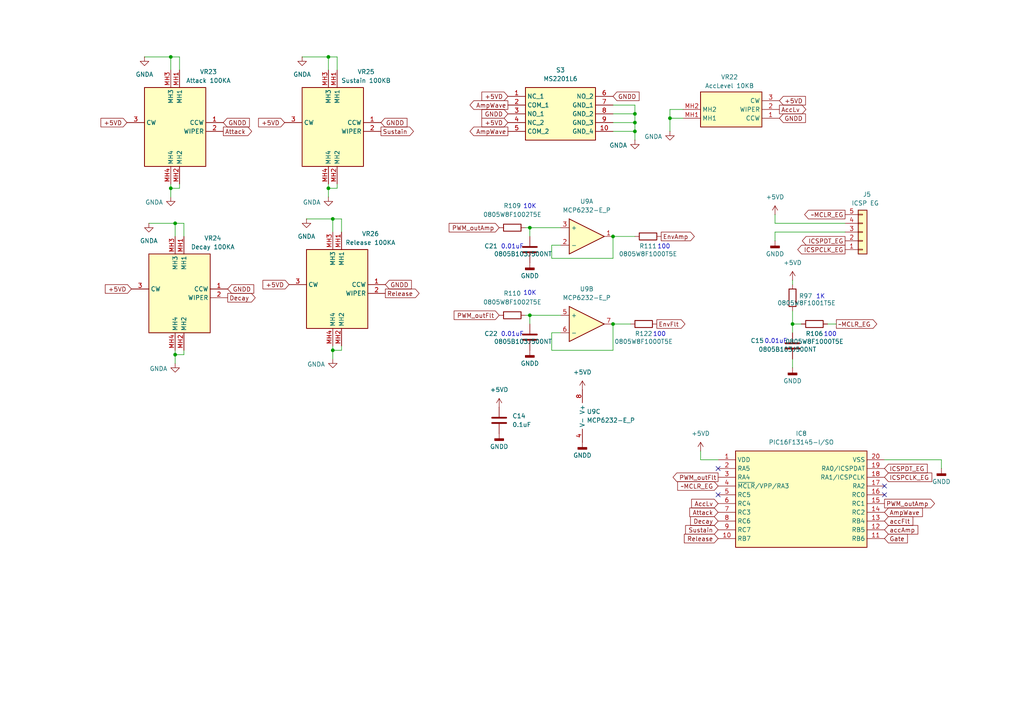
<source format=kicad_sch>
(kicad_sch (version 20250114) (generator "eeschema") (generator_version "9.0")
  (paper "A4")
  (lib_symbols
    (symbol "Connector_Generic:Conn_01x05" (pin_names (offset 1.016) (hide yes))
      (property "Reference" "J" (at 0 7.62 0))
      (property "Value" "Conn_01x05" (at 0 -7.62 0))
      (symbol "Conn_01x05_1_1"
        (rectangle (start -1.27 6.35) (end 1.27 -6.35) (stroke (width 0.254)) (fill (type background)))
        (rectangle (start -1.27 5.207) (end 0 4.953) (stroke (width 0.1524)))
        (rectangle (start -1.27 2.667) (end 0 2.413) (stroke (width 0.1524)))
        (rectangle (start -1.27 0.127) (end 0 -0.127) (stroke (width 0.1524)))
        (rectangle (start -1.27 -2.413) (end 0 -2.667) (stroke (width 0.1524)))
        (rectangle (start -1.27 -4.953) (end 0 -5.207) (stroke (width 0.1524)))
        (pin passive line (at -5.08 5.08 0) (length 3.81) (name "Pin_1") (number "1"))
        (pin passive line (at -5.08 2.54 0) (length 3.81) (name "Pin_2") (number "2"))
        (pin passive line (at -5.08 0 0) (length 3.81) (name "Pin_3") (number "3"))
        (pin passive line (at -5.08 -2.54 0) (length 3.81) (name "Pin_4") (number "4"))
        (pin passive line (at -5.08 -5.08 0) (length 3.81) (name "Pin_5") (number "5"))
      )
    )
    (symbol "Device:C" (pin_numbers (hide yes)) (pin_names (offset 0.254))
      (property "Reference" "C" (at 0.635 2.54 0))
      (property "Value" "C" (at 0.635 -2.54 0))
      (symbol "C_0_1"
        (polyline (pts (xy -2.032 0.762) (xy 2.032 0.762)) (stroke (width 0.508)))
        (polyline (pts (xy -2.032 -0.762) (xy 2.032 -0.762)) (stroke (width 0.508)))
      )
      (symbol "C_1_1"
        (pin passive line (at 0 3.81 270) (length 2.794) (name "~") (number "1"))
        (pin passive line (at 0 -3.81 90) (length 2.794) (name "~") (number "2"))
      )
    )
    (symbol "Device:Opamp_Dual"
      (property "Reference" "U" (at 0 5.08 0))
      (property "Value" "Opamp_Dual" (at 0 -5.08 0))
      (symbol "Opamp_Dual_1_1"
        (polyline (pts (xy -5.08 5.08) (xy 5.08 0) (xy -5.08 -5.08) (xy -5.08 5.08)) (stroke (width 0.254)) (fill (type background)))
        (pin input line (at -7.62 2.54 0) (length 2.54) (name "+") (number "3"))
        (pin input line (at -7.62 -2.54 0) (length 2.54) (name "-") (number "2"))
        (pin output line (at 7.62 0 180) (length 2.54) (name "~") (number "1"))
      )
      (symbol "Opamp_Dual_2_1"
        (polyline (pts (xy -5.08 5.08) (xy 5.08 0) (xy -5.08 -5.08) (xy -5.08 5.08)) (stroke (width 0.254)) (fill (type background)))
        (pin input line (at -7.62 2.54 0) (length 2.54) (name "+") (number "5"))
        (pin input line (at -7.62 -2.54 0) (length 2.54) (name "-") (number "6"))
        (pin output line (at 7.62 0 180) (length 2.54) (name "~") (number "7"))
      )
      (symbol "Opamp_Dual_3_1"
        (pin power_in line (at -2.54 7.62 270) (length 3.81) (name "V+") (number "8"))
        (pin power_in line (at -2.54 -7.62 90) (length 3.81) (name "V-") (number "4"))
      )
    )
    (symbol "Device:R" (pin_numbers (hide yes)) (pin_names (offset 0))
      (property "Reference" "R" (at 2.032 0 90))
      (property "Value" "R" (at 0 0 90))
      (symbol "R_0_1"
        (rectangle (start -1.016 -2.54) (end 1.016 2.54) (stroke (width 0.254)))
      )
      (symbol "R_1_1"
        (pin passive line (at 0 3.81 270) (length 1.27) (name "~") (number "1"))
        (pin passive line (at 0 -3.81 90) (length 1.27) (name "~") (number "2"))
      )
    )
    (symbol "SamacSys_Parts:MS2201L6"
      (property "Reference" "S" (at 26.67 7.62 0))
      (property "Value" "MS2201L6" (at 26.67 5.08 0))
      (symbol "MS2201L6_1_1"
        (rectangle (start 5.08 2.54) (end 25.4 -12.7) (stroke (width 0.254)) (fill (type background)))
        (pin passive line (at 0 0 0) (length 5.08) (name "NC_1") (number "1"))
        (pin passive line (at 0 -2.54 0) (length 5.08) (name "COM_1") (number "2"))
        (pin passive line (at 0 -5.08 0) (length 5.08) (name "NO_1") (number "3"))
        (pin passive line (at 0 -7.62 0) (length 5.08) (name "NC_2") (number "4"))
        (pin passive line (at 0 -10.16 0) (length 5.08) (name "COM_2") (number "5"))
        (pin passive line (at 30.48 0 180) (length 5.08) (name "NO_2") (number "6"))
        (pin passive line (at 30.48 -2.54 180) (length 5.08) (name "GND_1") (number "7"))
        (pin passive line (at 30.48 -5.08 180) (length 5.08) (name "GND_2") (number "8"))
        (pin passive line (at 30.48 -7.62 180) (length 5.08) (name "GND_3") (number "9"))
        (pin passive line (at 30.48 -10.16 180) (length 5.08) (name "GND_4") (number "10"))
      )
    )
    (symbol "SamacSys_Parts:PIC16F13145-I_P"
      (property "Reference" "IC" (at 44.45 7.62 0))
      (property "Value" "PIC16F13145-I_P" (at 44.45 5.08 0))
      (symbol "PIC16F13145-I_P_1_1"
        (rectangle (start 5.08 2.54) (end 43.18 -25.4) (stroke (width 0.254)) (fill (type background)))
        (pin passive line (at 0 0 0) (length 5.08) (name "VDD") (number "1"))
        (pin passive line (at 0 -2.54 0) (length 5.08) (name "RA5") (number "2"))
        (pin passive line (at 0 -5.08 0) (length 5.08) (name "RA4") (number "3"))
        (pin passive line (at 0 -7.62 0) (length 5.08) (name "~{MCLR}/VPP/RA3") (number "4"))
        (pin passive line (at 0 -10.16 0) (length 5.08) (name "RC5") (number "5"))
        (pin passive line (at 0 -12.7 0) (length 5.08) (name "RC4") (number "6"))
        (pin passive line (at 0 -15.24 0) (length 5.08) (name "RC3") (number "7"))
        (pin passive line (at 0 -17.78 0) (length 5.08) (name "RC6") (number "8"))
        (pin passive line (at 0 -20.32 0) (length 5.08) (name "RC7") (number "9"))
        (pin passive line (at 0 -22.86 0) (length 5.08) (name "RB7") (number "10"))
        (pin passive line (at 48.26 0 180) (length 5.08) (name "VSS") (number "20"))
        (pin passive line (at 48.26 -2.54 180) (length 5.08) (name "RA0/ICSPDAT") (number "19"))
        (pin passive line (at 48.26 -5.08 180) (length 5.08) (name "RA1/ICSPCLK") (number "18"))
        (pin passive line (at 48.26 -7.62 180) (length 5.08) (name "RA2") (number "17"))
        (pin passive line (at 48.26 -10.16 180) (length 5.08) (name "RC0") (number "16"))
        (pin passive line (at 48.26 -12.7 180) (length 5.08) (name "RC1") (number "15"))
        (pin passive line (at 48.26 -15.24 180) (length 5.08) (name "RC2") (number "14"))
        (pin passive line (at 48.26 -17.78 180) (length 5.08) (name "RB4") (number "13"))
        (pin passive line (at 48.26 -20.32 180) (length 5.08) (name "RB5") (number "12"))
        (pin passive line (at 48.26 -22.86 180) (length 5.08) (name "RB6") (number "11"))
      )
    )
    (symbol "SamacSys_Parts:PTA2043-2010CIB104"
      (property "Reference" "VR" (at 24.13 15.24 0))
      (property "Value" "PTA2043-2010CIB104" (at 24.13 12.7 0))
      (symbol "PTA2043-2010CIB104_1_1"
        (rectangle (start 5.08 10.16) (end 22.86 -12.7) (stroke (width 0.254)) (fill (type background)))
        (pin passive line (at 0 0 0) (length 5.08) (name "CCW") (number "1"))
        (pin passive line (at 0 -2.54 0) (length 5.08) (name "WIPER") (number "2"))
        (pin passive line (at 12.7 15.24 270) (length 5.08) (name "MH1") (number "MH1"))
        (pin passive line (at 12.7 -17.78 90) (length 5.08) (name "MH2") (number "MH2"))
        (pin passive line (at 15.24 15.24 270) (length 5.08) (name "MH3") (number "MH3"))
        (pin passive line (at 15.24 -17.78 90) (length 5.08) (name "MH4") (number "MH4"))
        (pin passive line (at 27.94 0 180) (length 5.08) (name "CW") (number "3"))
      )
    )
    (symbol "SamacSys_Parts:RK09D117000B"
      (property "Reference" "VR" (at 24.13 7.62 0))
      (property "Value" "RK09D117000B" (at 24.13 5.08 0))
      (symbol "RK09D117000B_1_1"
        (rectangle (start 5.08 2.54) (end 22.86 -7.62) (stroke (width 0.254)) (fill (type background)))
        (pin passive line (at 0 0 0) (length 5.08) (name "CCW") (number "1"))
        (pin passive line (at 0 -2.54 0) (length 5.08) (name "WIPER") (number "2"))
        (pin passive line (at 0 -5.08 0) (length 5.08) (name "CW") (number "3"))
        (pin passive line (at 27.94 0 180) (length 5.08) (name "MH1") (number "MH1"))
        (pin passive line (at 27.94 -2.54 180) (length 5.08) (name "MH2") (number "MH2"))
      )
    )
    (symbol "power:+5VD" (power) (pin_numbers (hide yes)) (pin_names (offset 0) (hide yes))
      (property "Value" "+5VD" (at 0 3.556 0))
      (symbol "+5VD_0_1"
        (polyline (pts (xy -0.762 1.27) (xy 0 2.54)))
        (polyline (pts (xy 0 2.54) (xy 0.762 1.27)))
        (polyline (pts (xy 0 0) (xy 0 2.54)))
      )
      (symbol "+5VD_1_1"
        (pin power_in line (at 0 0 90) (length 0) (name "~") (number "1"))
      )
    )
    (symbol "power:GNDA" (power) (pin_numbers (hide yes)) (pin_names (offset 0) (hide yes))
      (property "Value" "GNDA" (at 0 -3.81 0))
      (symbol "GNDA_0_1"
        (polyline (pts (xy 0 0) (xy 0 -1.27) (xy 1.27 -1.27) (xy 0 -2.54) (xy -1.27 -1.27) (xy 0 -1.27)))
      )
      (symbol "GNDA_1_1"
        (pin power_in line (at 0 0 270) (length 0) (name "~") (number "1"))
      )
    )
    (symbol "power:GNDD" (power) (pin_numbers (hide yes)) (pin_names (offset 0) (hide yes))
      (property "Value" "GNDD" (at 0 -3.175 0))
      (symbol "GNDD_0_1"
        (rectangle (start -1.27 -1.524) (end 1.27 -2.032) (stroke (width 0.254)) (fill (type outline)))
        (polyline (pts (xy 0 0) (xy 0 -1.524)))
      )
      (symbol "GNDD_1_1"
        (pin power_in line (at 0 0 270) (length 0) (name "~") (number "1"))
      )
    )
  )
  (text "0.01uF" (at 148.59 71.628 0) (effects (font (size 1.27 1.27))))
  (text "1K" (at 237.998 86.106 0) (effects (font (size 1.27 1.27))))
  (text "100" (at 240.792 97.028 0) (effects (font (size 1.27 1.27))))
  (text "0.01uF" (at 148.59 97.028 0) (effects (font (size 1.27 1.27))))
  (text "100" (at 192.532 71.628 0) (effects (font (size 1.27 1.27))))
  (text "100" (at 191.262 97.028 0) (effects (font (size 1.27 1.27))))
  (text "10K" (at 153.67 85.09 0) (effects (font (size 1.27 1.27))))
  (text "10K" (at 153.67 59.944 0) (effects (font (size 1.27 1.27))))
  (text "0.01uF" (at 225.044 99.06 0) (effects (font (size 1.27 1.27))))
  (junction (at 177.8 93.98))
  (junction (at 153.67 91.44))
  (junction (at 50.8 64.77))
  (junction (at 184.15 35.56))
  (junction (at 229.87 93.98))
  (junction (at 49.53 54.61))
  (junction (at 95.25 54.61))
  (junction (at 177.8 68.58))
  (junction (at 49.53 16.51))
  (junction (at 50.8 102.87))
  (junction (at 153.67 66.04))
  (junction (at 184.15 38.1))
  (junction (at 96.52 63.5))
  (junction (at 194.31 34.29))
  (junction (at 184.15 33.02))
  (junction (at 95.25 16.51))
  (junction (at 96.52 101.6))
  (no_connect (at 256.54 143.51))
  (no_connect (at 208.28 135.89))
  (no_connect (at 208.28 143.51))
  (no_connect (at 256.54 140.97))
  (wire (pts (xy 52.07 54.61) (xy 52.07 53.34)))
  (wire (pts (xy 177.8 74.93) (xy 177.8 68.58)))
  (wire (pts (xy 194.31 31.75) (xy 194.31 34.29)))
  (wire (pts (xy 198.12 31.75) (xy 194.31 31.75)))
  (wire (pts (xy 177.8 38.1) (xy 184.15 38.1)))
  (wire (pts (xy 184.15 35.56) (xy 184.15 38.1)))
  (wire (pts (xy 50.8 102.87) (xy 50.8 105.41)))
  (wire (pts (xy 53.34 64.77) (xy 53.34 68.58)))
  (wire (pts (xy 256.54 133.35) (xy 273.05 133.35)))
  (wire (pts (xy 229.87 93.98) (xy 229.87 96.52)))
  (wire (pts (xy 95.25 53.34) (xy 95.25 54.61)))
  (wire (pts (xy 53.34 102.87) (xy 53.34 101.6)))
  (wire (pts (xy 152.4 91.44) (xy 153.67 91.44)))
  (wire (pts (xy 198.12 34.29) (xy 194.31 34.29)))
  (wire (pts (xy 240.03 93.98) (xy 242.57 93.98)))
  (wire (pts (xy 96.52 100.33) (xy 96.52 101.6)))
  (wire (pts (xy 50.8 102.87) (xy 53.34 102.87)))
  (wire (pts (xy 152.4 66.04) (xy 153.67 66.04)))
  (wire (pts (xy 99.06 101.6) (xy 99.06 100.33)))
  (wire (pts (xy 153.67 91.44) (xy 153.67 93.98)))
  (wire (pts (xy 96.52 101.6) (xy 99.06 101.6)))
  (wire (pts (xy 160.02 74.93) (xy 177.8 74.93)))
  (wire (pts (xy 50.8 64.77) (xy 50.8 68.58)))
  (wire (pts (xy 88.9 63.5) (xy 96.52 63.5)))
  (wire (pts (xy 49.53 54.61) (xy 49.53 57.15)))
  (wire (pts (xy 177.8 30.48) (xy 184.15 30.48)))
  (wire (pts (xy 95.25 54.61) (xy 97.79 54.61)))
  (wire (pts (xy 49.53 16.51) (xy 52.07 16.51)))
  (wire (pts (xy 162.56 71.12) (xy 160.02 71.12)))
  (wire (pts (xy 229.87 93.98) (xy 232.41 93.98)))
  (wire (pts (xy 160.02 71.12) (xy 160.02 74.93)))
  (wire (pts (xy 49.53 53.34) (xy 49.53 54.61)))
  (wire (pts (xy 95.25 16.51) (xy 95.25 20.32)))
  (wire (pts (xy 184.15 30.48) (xy 184.15 33.02)))
  (wire (pts (xy 273.05 135.89) (xy 273.05 133.35)))
  (wire (pts (xy 50.8 101.6) (xy 50.8 102.87)))
  (wire (pts (xy 95.25 16.51) (xy 97.79 16.51)))
  (wire (pts (xy 177.8 93.98) (xy 182.88 93.98)))
  (wire (pts (xy 224.79 64.77) (xy 245.11 64.77)))
  (wire (pts (xy 208.28 133.35) (xy 203.2 133.35)))
  (wire (pts (xy 52.07 16.51) (xy 52.07 20.32)))
  (wire (pts (xy 184.15 33.02) (xy 184.15 35.56)))
  (wire (pts (xy 184.15 38.1) (xy 184.15 40.64)))
  (wire (pts (xy 177.8 101.6) (xy 177.8 93.98)))
  (wire (pts (xy 224.79 67.31) (xy 224.79 69.85)))
  (wire (pts (xy 96.52 63.5) (xy 96.52 67.31)))
  (wire (pts (xy 97.79 16.51) (xy 97.79 20.32)))
  (wire (pts (xy 49.53 16.51) (xy 49.53 20.32)))
  (wire (pts (xy 177.8 68.58) (xy 184.15 68.58)))
  (wire (pts (xy 177.8 35.56) (xy 184.15 35.56)))
  (wire (pts (xy 87.63 16.51) (xy 95.25 16.51)))
  (wire (pts (xy 153.67 66.04) (xy 162.56 66.04)))
  (wire (pts (xy 49.53 54.61) (xy 52.07 54.61)))
  (wire (pts (xy 97.79 54.61) (xy 97.79 53.34)))
  (wire (pts (xy 153.67 91.44) (xy 162.56 91.44)))
  (wire (pts (xy 43.18 64.77) (xy 50.8 64.77)))
  (wire (pts (xy 229.87 104.14) (xy 229.87 106.68)))
  (wire (pts (xy 95.25 54.61) (xy 95.25 57.15)))
  (wire (pts (xy 153.67 66.04) (xy 153.67 68.58)))
  (wire (pts (xy 160.02 96.52) (xy 160.02 101.6)))
  (wire (pts (xy 177.8 33.02) (xy 184.15 33.02)))
  (wire (pts (xy 160.02 101.6) (xy 177.8 101.6)))
  (wire (pts (xy 41.91 16.51) (xy 49.53 16.51)))
  (wire (pts (xy 229.87 90.17) (xy 229.87 93.98)))
  (wire (pts (xy 229.87 81.28) (xy 229.87 82.55)))
  (wire (pts (xy 50.8 64.77) (xy 53.34 64.77)))
  (wire (pts (xy 162.56 96.52) (xy 160.02 96.52)))
  (wire (pts (xy 194.31 34.29) (xy 194.31 38.1)))
  (wire (pts (xy 99.06 63.5) (xy 99.06 67.31)))
  (wire (pts (xy 203.2 133.35) (xy 203.2 130.81)))
  (wire (pts (xy 96.52 101.6) (xy 96.52 104.14)))
  (wire (pts (xy 224.79 62.23) (xy 224.79 64.77)))
  (wire (pts (xy 224.79 67.31) (xy 245.11 67.31)))
  (wire (pts (xy 96.52 63.5) (xy 99.06 63.5)))
  (global_label "Sustain" (shape input) (at 208.28 153.67 180) (property "Intersheetrefs" "${INTERSHEET_REFS}" (effects (hide yes))))
  (global_label "AccLv" (shape output) (at 226.06 31.75 0) (property "Intersheetrefs" "${INTERSHEET_REFS}" (effects (hide yes))))
  (global_label "AmpWave" (shape input) (at 256.54 148.59 0) (property "Intersheetrefs" "${INTERSHEET_REFS}" (effects (hide yes))))
  (global_label "Attack" (shape input) (at 208.28 148.59 180) (property "Intersheetrefs" "${INTERSHEET_REFS}" (effects (hide yes))))
  (global_label "AmpWave" (shape output) (at 147.32 38.1 180) (property "Intersheetrefs" "${INTERSHEET_REFS}" (effects (hide yes))))
  (global_label "accFlt" (shape input) (at 256.54 151.13 0) (property "Intersheetrefs" "${INTERSHEET_REFS}" (effects (hide yes))))
  (global_label "PWM_outAmp" (shape input) (at 144.78 66.04 180) (property "Intersheetrefs" "${INTERSHEET_REFS}" (effects (hide yes))))
  (global_label "accAmp" (shape input) (at 256.54 153.67 0) (property "Intersheetrefs" "${INTERSHEET_REFS}" (effects (hide yes))))
  (global_label "Gate" (shape input) (at 256.54 156.21 0) (property "Intersheetrefs" "${INTERSHEET_REFS}" (effects (hide yes))))
  (global_label "ICSPCLK_EG" (shape input) (at 256.54 138.43 0) (property "Intersheetrefs" "${INTERSHEET_REFS}" (effects (hide yes))))
  (global_label "GNDD" (shape input) (at 110.49 35.56 0) (property "Intersheetrefs" "${INTERSHEET_REFS}" (effects (hide yes))))
  (global_label "+5VD" (shape input) (at 147.32 35.56 180) (property "Intersheetrefs" "${INTERSHEET_REFS}" (effects (hide yes))))
  (global_label "ICSPDT_EG" (shape input) (at 256.54 135.89 0) (property "Intersheetrefs" "${INTERSHEET_REFS}" (effects (hide yes))))
  (global_label "~MCLR_EG" (shape input) (at 208.28 140.97 180) (property "Intersheetrefs" "${INTERSHEET_REFS}" (effects (hide yes))))
  (global_label "GNDD" (shape input) (at 177.8 27.94 0) (property "Intersheetrefs" "${INTERSHEET_REFS}" (effects (hide yes))))
  (global_label "GNDD" (shape input) (at 226.06 34.29 0) (property "Intersheetrefs" "${INTERSHEET_REFS}" (effects (hide yes))))
  (global_label "Release" (shape input) (at 208.28 156.21 180) (property "Intersheetrefs" "${INTERSHEET_REFS}" (effects (hide yes))))
  (global_label "GNDD" (shape input) (at 64.77 35.56 0) (property "Intersheetrefs" "${INTERSHEET_REFS}" (effects (hide yes))))
  (global_label "AmpWave" (shape output) (at 147.32 30.48 180) (property "Intersheetrefs" "${INTERSHEET_REFS}" (effects (hide yes))))
  (global_label "EnvFlt" (shape output) (at 190.5 93.98 0) (property "Intersheetrefs" "${INTERSHEET_REFS}" (effects (hide yes))))
  (global_label "+5VD" (shape input) (at 147.32 27.94 180) (property "Intersheetrefs" "${INTERSHEET_REFS}" (effects (hide yes))))
  (global_label "PWM_outFlt" (shape input) (at 144.78 91.44 180) (property "Intersheetrefs" "${INTERSHEET_REFS}" (effects (hide yes))))
  (global_label "+5VD" (shape input) (at 226.06 29.21 0) (property "Intersheetrefs" "${INTERSHEET_REFS}" (effects (hide yes))))
  (global_label "AccLv" (shape input) (at 208.28 146.05 180) (property "Intersheetrefs" "${INTERSHEET_REFS}" (effects (hide yes))))
  (global_label "+5VD" (shape input) (at 36.83 35.56 180) (property "Intersheetrefs" "${INTERSHEET_REFS}" (effects (hide yes))))
  (global_label "EnvAmp" (shape output) (at 191.77 68.58 0) (property "Intersheetrefs" "${INTERSHEET_REFS}" (effects (hide yes))))
  (global_label "PWM_outFlt" (shape output) (at 208.28 138.43 180) (property "Intersheetrefs" "${INTERSHEET_REFS}" (effects (hide yes))))
  (global_label "Decay" (shape output) (at 66.04 86.36 0) (property "Intersheetrefs" "${INTERSHEET_REFS}" (effects (hide yes))))
  (global_label "+5VD" (shape input) (at 82.55 35.56 180) (property "Intersheetrefs" "${INTERSHEET_REFS}" (effects (hide yes))))
  (global_label "~MCLR_EG" (shape output) (at 245.11 62.23 180) (property "Intersheetrefs" "${INTERSHEET_REFS}" (effects (hide yes))))
  (global_label "+5VD" (shape input) (at 38.1 83.82 180) (property "Intersheetrefs" "${INTERSHEET_REFS}" (effects (hide yes))))
  (global_label "Attack" (shape output) (at 64.77 38.1 0) (property "Intersheetrefs" "${INTERSHEET_REFS}" (effects (hide yes))))
  (global_label "Release" (shape output) (at 111.76 85.09 0) (property "Intersheetrefs" "${INTERSHEET_REFS}" (effects (hide yes))))
  (global_label "+5VD" (shape input) (at 83.82 82.55 180) (property "Intersheetrefs" "${INTERSHEET_REFS}" (effects (hide yes))))
  (global_label "PWM_outAmp" (shape output) (at 256.54 146.05 0) (property "Intersheetrefs" "${INTERSHEET_REFS}" (effects (hide yes))))
  (global_label "GNDD" (shape input) (at 66.04 83.82 0) (property "Intersheetrefs" "${INTERSHEET_REFS}" (effects (hide yes))))
  (global_label "GNDD" (shape input) (at 111.76 82.55 0) (property "Intersheetrefs" "${INTERSHEET_REFS}" (effects (hide yes))))
  (global_label "~MCLR_EG" (shape output) (at 242.57 93.98 0) (property "Intersheetrefs" "${INTERSHEET_REFS}" (effects (hide yes))))
  (global_label "ICSPCLK_EG" (shape output) (at 245.11 72.39 180) (property "Intersheetrefs" "${INTERSHEET_REFS}" (effects (hide yes))))
  (global_label "Decay" (shape input) (at 208.28 151.13 180) (property "Intersheetrefs" "${INTERSHEET_REFS}" (effects (hide yes))))
  (global_label "ICSPDT_EG" (shape output) (at 245.11 69.85 180) (property "Intersheetrefs" "${INTERSHEET_REFS}" (effects (hide yes))))
  (global_label "GNDD" (shape input) (at 147.32 33.02 180) (property "Intersheetrefs" "${INTERSHEET_REFS}" (effects (hide yes))))
  (global_label "Sustain" (shape output) (at 110.49 38.1 0) (property "Intersheetrefs" "${INTERSHEET_REFS}" (effects (hide yes))))
  (symbol (lib_id "Device:R") (at 187.96 68.58 90) (unit 1)
    (property "Reference" "R111" (at 187.96 71.374 90))
    (property "Value" "0805W8F1000T5E" (at 187.96 73.66 90))
    (property "Footprint" "Resistor_SMD:R_0805_2012Metric_Pad1.20x1.40mm_HandSolder" (effects (hide yes)))
    (property "Description" "Resistor" (effects (hide yes)))
  )
  (symbol (lib_id "Device:R") (at 236.22 93.98 90) (unit 1)
    (property "Reference" "R106" (at 236.22 96.774 90))
    (property "Value" "0805W8F1000T5E" (at 236.22 99.06 90))
    (property "Footprint" "Resistor_SMD:R_0805_2012Metric_Pad1.20x1.40mm_HandSolder" (effects (hide yes)))
    (property "Description" "Resistor" (effects (hide yes)))
  )
  (symbol (lib_id "power:GNDA") (at 96.52 104.14 0) (unit 1)
    (property "Reference" "#PWR0191" (effects (hide yes)))
    (property "Value" "GNDA" (at 91.694 105.664 0))
    (property "Description" "Power symbol creates a global label with name \"GNDA\" , analog ground" (effects (hide yes)))
  )
  (symbol (lib_id "power:GNDA") (at 87.63 16.51 0) (unit 1)
    (property "Reference" "#PWR0188" (effects (hide yes)))
    (property "Value" "GNDA" (at 87.63 21.59 0))
    (property "Description" "Power symbol creates a global label with name \"GNDA\" , analog ground" (effects (hide yes)))
  )
  (symbol (lib_id "power:GNDA") (at 88.9 63.5 0) (unit 1)
    (property "Reference" "#PWR0190" (effects (hide yes)))
    (property "Value" "GNDA" (at 88.9 68.58 0))
    (property "Description" "Power symbol creates a global label with name \"GNDA\" , analog ground" (effects (hide yes)))
  )
  (symbol (lib_id "power:GNDA") (at 49.53 57.15 0) (unit 1)
    (property "Reference" "#PWR0185" (effects (hide yes)))
    (property "Value" "GNDA" (at 44.704 58.674 0))
    (property "Description" "Power symbol creates a global label with name \"GNDA\" , analog ground" (effects (hide yes)))
  )
  (symbol (lib_id "power:+5VD") (at 224.79 62.23 0) (mirror y) (unit 1)
    (property "Reference" "#PWR0203" (effects (hide yes)))
    (property "Value" "+5VD" (at 224.79 57.15 0))
    (property "Description" "Power symbol creates a global label with name \"+5VD\"" (effects (hide yes)))
  )
  (symbol (lib_id "SamacSys_Parts:PTA2043-2010CIB104") (at 111.76 82.55 0) (mirror y) (unit 1)
    (property "Reference" "VR26" (at 107.442 67.818 0))
    (property "Value" "Release 100KA" (at 107.442 70.358 0))
    (property "Footprint" "SamacSys_parts:PTA20432010CIB104" (effects (hide yes)))
    (property "Datasheet" "https://www.bourns.com/docs/Product-Datasheets/pta.pdf" (effects (hide yes)))
    (property "Description" "100 kOhms 0.1W, 1/10W Through Hole Slide Potentiometer Top Adjustment Type" (effects (hide yes)))
    (property "Height" "26.5" (effects (hide yes)))
    (property "Manufacturer_Name" "Bourns" (effects (hide yes)))
    (property "Manufacturer_Part_Number" "PTA2043-2010CIB104" (effects (hide yes)))
    (property "Mouser Part Number" "652-PTA2432010CIB104" (effects (hide yes)))
    (property "Mouser Price/Stock" "https://www.mouser.co.uk/ProductDetail/Bourns/PTA2043-2010CIB104?qs=QARuOjD9jaHYsv9Jo8DrWA%3D%3D" (effects (hide yes)))
    (property "Arrow Part Number" "PTA2043-2010CIB104" (effects (hide yes)))
    (property "Arrow Price/Stock" "https://www.arrow.com/en/products/pta2043-2010cib104/bourns?utm_currency=USD&region=nac" (effects (hide yes)))
  )
  (symbol (lib_id "Device:R") (at 186.69 93.98 90) (unit 1)
    (property "Reference" "R122" (at 186.69 96.774 90))
    (property "Value" "0805W8F1000T5E" (at 186.69 99.06 90))
    (property "Footprint" "Resistor_SMD:R_0805_2012Metric_Pad1.20x1.40mm_HandSolder" (effects (hide yes)))
    (property "Description" "Resistor" (effects (hide yes)))
  )
  (symbol (lib_id "Device:Opamp_Dual") (at 171.45 120.65 0) (unit 3)
    (property "Reference" "U9" (at 170.18 119.3799 0) (effects (justify left)))
    (property "Value" "MCP6232-E_P" (at 170.18 121.9199 0) (effects (justify left)))
    (property "Footprint" "Package_SO:SOIC-8_3.9x4.9mm_P1.27mm" (effects (hide yes)))
    (property "Description" "Dual operational amplifier" (effects (hide yes)))
    (property "Sim.Library" "${KICAD9_SYMBOL_DIR}/Simulation_SPICE.sp" (effects (hide yes)))
    (property "Sim.Name" "kicad_builtin_opamp_dual" (effects (hide yes)))
    (property "Sim.Device" "SUBCKT" (effects (hide yes)))
    (property "Sim.Pins" "1=out1 2=in1- 3=in1+ 4=vee 5=in2+ 6=in2- 7=out2 8=vcc" (effects (hide yes)))
  )
  (symbol (lib_id "Device:Opamp_Dual") (at 170.18 93.98 0) (unit 2)
    (property "Reference" "U9" (at 170.18 83.82 0))
    (property "Value" "MCP6232-E_P" (at 170.18 86.36 0))
    (property "Footprint" "Package_SO:SOIC-8_3.9x4.9mm_P1.27mm" (effects (hide yes)))
    (property "Description" "Dual operational amplifier" (effects (hide yes)))
    (property "Sim.Library" "${KICAD9_SYMBOL_DIR}/Simulation_SPICE.sp" (effects (hide yes)))
    (property "Sim.Name" "kicad_builtin_opamp_dual" (effects (hide yes)))
    (property "Sim.Device" "SUBCKT" (effects (hide yes)))
    (property "Sim.Pins" "1=out1 2=in1- 3=in1+ 4=vee 5=in2+ 6=in2- 7=out2 8=vcc" (effects (hide yes)))
  )
  (symbol (lib_id "Device:R") (at 229.87 86.36 180) (unit 1)
    (property "Reference" "R97" (at 233.68 85.852 0))
    (property "Value" "0805W8F1001T5E" (at 233.934 87.884 0))
    (property "Footprint" "Resistor_SMD:R_0805_2012Metric_Pad1.20x1.40mm_HandSolder" (effects (hide yes)))
    (property "Description" "Resistor" (effects (hide yes)))
  )
  (symbol (lib_id "Device:C") (at 229.87 100.33 0) (unit 1)
    (property "Reference" "C15" (at 217.678 98.806 0) (effects (justify left)))
    (property "Value" "0805B103J500NT" (at 219.964 101.346 0) (effects (justify left)))
    (property "Footprint" "Capacitor_SMD:C_0805_2012Metric_Pad1.18x1.45mm_HandSolder" (effects (hide yes)))
    (property "Description" "Unpolarized capacitor" (effects (hide yes)))
  )
  (symbol (lib_id "power:GNDA") (at 41.91 16.51 0) (unit 1)
    (property "Reference" "#PWR0184" (effects (hide yes)))
    (property "Value" "GNDA" (at 41.91 21.59 0))
    (property "Description" "Power symbol creates a global label with name \"GNDA\" , analog ground" (effects (hide yes)))
  )
  (symbol (lib_id "power:GNDA") (at 184.15 40.64 0) (unit 1)
    (property "Reference" "#PWR0167" (effects (hide yes)))
    (property "Value" "GNDA" (at 179.324 42.164 0))
    (property "Description" "Power symbol creates a global label with name \"GNDA\" , analog ground" (effects (hide yes)))
  )
  (symbol (lib_id "power:GNDD") (at 168.91 128.27 0) (unit 1)
    (property "Reference" "#PWR0202" (effects (hide yes)))
    (property "Value" "GNDD" (at 168.91 132.08 0))
    (property "Description" "Power symbol creates a global label with name \"GNDD\" , digital ground" (effects (hide yes)))
  )
  (symbol (lib_id "power:GNDD") (at 153.67 101.6 0) (unit 1)
    (property "Reference" "#PWR0207" (effects (hide yes)))
    (property "Value" "GNDD" (at 153.67 105.41 0))
    (property "Description" "Power symbol creates a global label with name \"GNDD\" , digital ground" (effects (hide yes)))
  )
  (symbol (lib_id "power:+5VD") (at 229.87 81.28 0) (mirror y) (unit 1)
    (property "Reference" "#PWR0208" (effects (hide yes)))
    (property "Value" "+5VD" (at 229.87 76.2 0))
    (property "Description" "Power symbol creates a global label with name \"+5VD\"" (effects (hide yes)))
  )
  (symbol (lib_id "SamacSys_Parts:PIC16F13145-I_P") (at 208.28 133.35 0) (unit 1)
    (property "Reference" "IC8" (at 232.41 125.73 0))
    (property "Value" "PIC16F13145-I/SO" (at 232.41 128.27 0))
    (property "Footprint" "Package_SO:SOIC-20W_7.5x12.8mm_P1.27mm" (effects (hide yes)))
    (property "Datasheet" "https://www.mouser.com/datasheet/2/268/PIC16F13145_Family_Microcontroller_Data_Sheet_DS40-3400619.pdf" (effects (hide yes)))
    (property "Description" "8-bit Microcontrollers - MCU 14KB Flash, 1024B RAM, 10b ADC, 8b DAC, CLB, CLC, 2x PWM, 2x CCP, HLT, WWDT," (effects (hide yes)))
    (property "Height" "5.334" (effects (hide yes)))
    (property "Manufacturer_Name" "Microchip" (effects (hide yes)))
    (property "Manufacturer_Part_Number" "PIC16F13145-I/P" (effects (hide yes)))
    (property "Mouser Part Number" "579-PIC16F13145-I/P" (effects (hide yes)))
    (property "Mouser Price/Stock" "https://www.mouser.co.uk/ProductDetail/Microchip-Technology/PIC16F13145-I-P?qs=mELouGlnn3dXxZh9BC%252BU6A%3D%3D" (effects (hide yes)))
  )
  (symbol (lib_id "SamacSys_Parts:PTA2043-2010CIB104") (at 66.04 83.82 0) (mirror y) (unit 1)
    (property "Reference" "VR24" (at 61.722 69.088 0))
    (property "Value" "Decay 100KA" (at 61.722 71.628 0))
    (property "Footprint" "SamacSys_parts:PTA20432010CIB104" (effects (hide yes)))
    (property "Datasheet" "https://www.bourns.com/docs/Product-Datasheets/pta.pdf" (effects (hide yes)))
    (property "Description" "100 kOhms 0.1W, 1/10W Through Hole Slide Potentiometer Top Adjustment Type" (effects (hide yes)))
    (property "Height" "26.5" (effects (hide yes)))
    (property "Manufacturer_Name" "Bourns" (effects (hide yes)))
    (property "Manufacturer_Part_Number" "PTA2043-2010CIB104" (effects (hide yes)))
    (property "Mouser Part Number" "652-PTA2432010CIB104" (effects (hide yes)))
    (property "Mouser Price/Stock" "https://www.mouser.co.uk/ProductDetail/Bourns/PTA2043-2010CIB104?qs=QARuOjD9jaHYsv9Jo8DrWA%3D%3D" (effects (hide yes)))
    (property "Arrow Part Number" "PTA2043-2010CIB104" (effects (hide yes)))
    (property "Arrow Price/Stock" "https://www.arrow.com/en/products/pta2043-2010cib104/bourns?utm_currency=USD&region=nac" (effects (hide yes)))
  )
  (symbol (lib_id "Device:Opamp_Dual") (at 170.18 68.58 0) (unit 1)
    (property "Reference" "U9" (at 170.18 58.42 0))
    (property "Value" "MCP6232-E_P" (at 170.18 60.96 0))
    (property "Footprint" "Package_SO:SOIC-8_3.9x4.9mm_P1.27mm" (effects (hide yes)))
    (property "Description" "Dual operational amplifier" (effects (hide yes)))
    (property "Sim.Library" "${KICAD9_SYMBOL_DIR}/Simulation_SPICE.sp" (effects (hide yes)))
    (property "Sim.Name" "kicad_builtin_opamp_dual" (effects (hide yes)))
    (property "Sim.Device" "SUBCKT" (effects (hide yes)))
    (property "Sim.Pins" "1=out1 2=in1- 3=in1+ 4=vee 5=in2+ 6=in2- 7=out2 8=vcc" (effects (hide yes)))
  )
  (symbol (lib_id "power:GNDD") (at 273.05 135.89 0) (unit 1)
    (property "Reference" "#PWR082" (effects (hide yes)))
    (property "Value" "GNDD" (at 273.05 139.7 0))
    (property "Description" "Power symbol creates a global label with name \"GNDD\" , digital ground" (effects (hide yes)))
  )
  (symbol (lib_id "Connector_Generic:Conn_01x05") (at 250.19 67.31 0) (mirror x) (unit 1)
    (property "Reference" "J5" (at 251.46 56.388 0))
    (property "Value" "ICSP EG" (at 250.952 58.928 0))
    (property "Footprint" "Connector_PinHeader_2.54mm:PinHeader_1x05_P2.54mm_Vertical" (effects (hide yes)))
    (property "Description" "Generic connector, single row, 01x05, script generated (kicad-library-utils/schlib/autogen/connector/)" (effects (hide yes)))
  )
  (symbol (lib_id "SamacSys_Parts:PTA2043-2010CIB104") (at 64.77 35.56 0) (mirror y) (unit 1)
    (property "Reference" "VR23" (at 60.452 20.828 0))
    (property "Value" "Attack 100KA" (at 60.452 23.368 0))
    (property "Footprint" "SamacSys_parts:PTA20432010CIB104" (effects (hide yes)))
    (property "Datasheet" "https://www.bourns.com/docs/Product-Datasheets/pta.pdf" (effects (hide yes)))
    (property "Description" "100 kOhms 0.1W, 1/10W Through Hole Slide Potentiometer Top Adjustment Type" (effects (hide yes)))
    (property "Height" "26.5" (effects (hide yes)))
    (property "Manufacturer_Name" "Bourns" (effects (hide yes)))
    (property "Manufacturer_Part_Number" "PTA2043-2010CIB104" (effects (hide yes)))
    (property "Mouser Part Number" "652-PTA2432010CIB104" (effects (hide yes)))
    (property "Mouser Price/Stock" "https://www.mouser.co.uk/ProductDetail/Bourns/PTA2043-2010CIB104?qs=QARuOjD9jaHYsv9Jo8DrWA%3D%3D" (effects (hide yes)))
    (property "Arrow Part Number" "PTA2043-2010CIB104" (effects (hide yes)))
    (property "Arrow Price/Stock" "https://www.arrow.com/en/products/pta2043-2010cib104/bourns?utm_currency=USD&region=nac" (effects (hide yes)))
  )
  (symbol (lib_id "power:GNDD") (at 224.79 69.85 0) (unit 1)
    (property "Reference" "#PWR0204" (effects (hide yes)))
    (property "Value" "GNDD" (at 224.79 73.66 0))
    (property "Description" "Power symbol creates a global label with name \"GNDD\" , digital ground" (effects (hide yes)))
  )
  (symbol (lib_id "power:GNDA") (at 50.8 105.41 0) (unit 1)
    (property "Reference" "#PWR0187" (effects (hide yes)))
    (property "Value" "GNDA" (at 45.974 106.934 0))
    (property "Description" "Power symbol creates a global label with name \"GNDA\" , analog ground" (effects (hide yes)))
  )
  (symbol (lib_id "power:GNDD") (at 153.67 76.2 0) (unit 1)
    (property "Reference" "#PWR0206" (effects (hide yes)))
    (property "Value" "GNDD" (at 153.67 80.01 0))
    (property "Description" "Power symbol creates a global label with name \"GNDD\" , digital ground" (effects (hide yes)))
  )
  (symbol (lib_id "Device:C") (at 153.67 97.79 0) (unit 1)
    (property "Reference" "C22" (at 140.462 96.774 0) (effects (justify left)))
    (property "Value" "0805B103J500NT" (at 143.256 99.06 0) (effects (justify left)))
    (property "Footprint" "Capacitor_SMD:C_0805_2012Metric_Pad1.18x1.45mm_HandSolder" (effects (hide yes)))
    (property "Description" "Unpolarized capacitor" (effects (hide yes)))
  )
  (symbol (lib_id "power:GNDD") (at 144.78 125.73 0) (unit 1)
    (property "Reference" "#PWR0115" (effects (hide yes)))
    (property "Value" "GNDD" (at 144.78 129.54 0))
    (property "Description" "Power symbol creates a global label with name \"GNDD\" , digital ground" (effects (hide yes)))
  )
  (symbol (lib_id "power:GNDA") (at 43.18 64.77 0) (unit 1)
    (property "Reference" "#PWR0186" (effects (hide yes)))
    (property "Value" "GNDA" (at 43.18 69.85 0))
    (property "Description" "Power symbol creates a global label with name \"GNDA\" , analog ground" (effects (hide yes)))
  )
  (symbol (lib_id "Device:C") (at 153.67 72.39 0) (unit 1)
    (property "Reference" "C21" (at 140.462 71.374 0) (effects (justify left)))
    (property "Value" "0805B103J500NT" (at 143.256 73.66 0) (effects (justify left)))
    (property "Footprint" "Capacitor_SMD:C_0805_2012Metric_Pad1.18x1.45mm_HandSolder" (effects (hide yes)))
    (property "Description" "Unpolarized capacitor" (effects (hide yes)))
  )
  (symbol (lib_id "power:GNDA") (at 95.25 57.15 0) (unit 1)
    (property "Reference" "#PWR0189" (effects (hide yes)))
    (property "Value" "GNDA" (at 90.424 58.674 0))
    (property "Description" "Power symbol creates a global label with name \"GNDA\" , analog ground" (effects (hide yes)))
  )
  (symbol (lib_id "Device:C") (at 144.78 121.92 0) (unit 1)
    (property "Reference" "C14" (at 148.59 120.6499 0) (effects (justify left)))
    (property "Value" "0.1uF" (at 148.59 123.1899 0) (effects (justify left)))
    (property "Footprint" "Capacitor_SMD:C_0805_2012Metric_Pad1.18x1.45mm_HandSolder" (effects (hide yes)))
    (property "Description" "Unpolarized capacitor" (effects (hide yes)))
  )
  (symbol (lib_id "SamacSys_Parts:MS2201L6") (at 147.32 27.94 0) (unit 1)
    (property "Reference" "S3" (at 162.56 20.32 0))
    (property "Value" "MS2201L6" (at 162.56 22.86 0))
    (property "Footprint" "SamacSys_parts:MS2201L6" (effects (hide yes)))
    (property "Datasheet" "https://www.citrelay.com/Catalog%20Pages/SwitchCatalog/MS2201.pdf" (effects (hide yes)))
    (property "Description" "SLIDE SWITCH DPDT 200MA 30VDC" (effects (hide yes)))
    (property "Height" "14.1" (effects (hide yes)))
    (property "Manufacturer_Name" "CIT Relay & Switch" (effects (hide yes)))
    (property "Manufacturer_Part_Number" "MS2201L6" (effects (hide yes)))
  )
  (symbol (lib_id "SamacSys_Parts:RK09D117000B") (at 226.06 34.29 180) (unit 1)
    (property "Reference" "VR22" (at 211.582 22.352 0))
    (property "Value" "AccLevel 10KB" (at 211.582 24.892 0))
    (property "Footprint" "SamacSys_parts:RK09D117000B" (effects (hide yes)))
    (property "Datasheet" "https://tech.alpsalpine.com/prod/j/html/potentiometer/rotarypotentiometers/rk09k/rk09d117000b.html" (effects (hide yes)))
    (property "Description" "9-inch insulated shaft snap-in type RK09K/RK09D series" (effects (hide yes)))
    (property "Height" "30" (effects (hide yes)))
    (property "Manufacturer_Name" "ALPS Electric" (effects (hide yes)))
    (property "Manufacturer_Part_Number" "RK09D117000B" (effects (hide yes)))
    (property "Mouser Part Number" "688-RK09D117000B" (effects (hide yes)))
    (property "Mouser Price/Stock" "https://www.mouser.co.uk/ProductDetail/Alps-Alpine/RK09D117000B?qs=3cOf6TWd2rbc67829PEbEQ%3D%3D" (effects (hide yes)))
  )
  (symbol (lib_id "power:+5VD") (at 168.91 113.03 0) (unit 1)
    (property "Reference" "#PWR0200" (effects (hide yes)))
    (property "Value" "+5VD" (at 168.91 107.95 0))
    (property "Description" "Power symbol creates a global label with name \"+5VD\"" (effects (hide yes)))
  )
  (symbol (lib_id "power:+5VD") (at 203.2 130.81 0) (unit 1)
    (property "Reference" "#PWR0201" (effects (hide yes)))
    (property "Value" "+5VD" (at 203.2 125.73 0))
    (property "Description" "Power symbol creates a global label with name \"+5VD\"" (effects (hide yes)))
  )
  (symbol (lib_id "Device:R") (at 148.59 66.04 90) (unit 1)
    (property "Reference" "R109" (at 148.59 59.69 90))
    (property "Value" "0805W8F1002T5E" (at 148.59 62.23 90))
    (property "Footprint" "Resistor_SMD:R_0805_2012Metric_Pad1.20x1.40mm_HandSolder" (effects (hide yes)))
    (property "Description" "Resistor" (effects (hide yes)))
  )
  (symbol (lib_id "SamacSys_Parts:PTA2043-2010CIB104") (at 110.49 35.56 0) (mirror y) (unit 1)
    (property "Reference" "VR25" (at 106.172 20.828 0))
    (property "Value" "Sustain 100KB" (at 106.172 23.368 0))
    (property "Footprint" "SamacSys_parts:PTA20432010CIB104" (effects (hide yes)))
    (property "Datasheet" "https://www.bourns.com/docs/Product-Datasheets/pta.pdf" (effects (hide yes)))
    (property "Description" "100 kOhms 0.1W, 1/10W Through Hole Slide Potentiometer Top Adjustment Type" (effects (hide yes)))
    (property "Height" "26.5" (effects (hide yes)))
    (property "Manufacturer_Name" "Bourns" (effects (hide yes)))
    (property "Manufacturer_Part_Number" "PTA2043-2010CIB104" (effects (hide yes)))
    (property "Mouser Part Number" "652-PTA2432010CIB104" (effects (hide yes)))
    (property "Mouser Price/Stock" "https://www.mouser.co.uk/ProductDetail/Bourns/PTA2043-2010CIB104?qs=QARuOjD9jaHYsv9Jo8DrWA%3D%3D" (effects (hide yes)))
    (property "Arrow Part Number" "PTA2043-2010CIB104" (effects (hide yes)))
    (property "Arrow Price/Stock" "https://www.arrow.com/en/products/pta2043-2010cib104/bourns?utm_currency=USD&region=nac" (effects (hide yes)))
  )
  (symbol (lib_id "Device:R") (at 148.59 91.44 90) (unit 1)
    (property "Reference" "R110" (at 148.59 85.09 90))
    (property "Value" "0805W8F1002T5E" (at 148.59 87.63 90))
    (property "Footprint" "Resistor_SMD:R_0805_2012Metric_Pad1.20x1.40mm_HandSolder" (effects (hide yes)))
    (property "Description" "Resistor" (effects (hide yes)))
  )
  (symbol (lib_id "power:GNDD") (at 229.87 106.68 0) (unit 1)
    (property "Reference" "#PWR0209" (effects (hide yes)))
    (property "Value" "GNDD" (at 229.87 110.49 0))
    (property "Description" "Power symbol creates a global label with name \"GNDD\" , digital ground" (effects (hide yes)))
  )
  (symbol (lib_id "power:GNDA") (at 194.31 38.1 0) (unit 1)
    (property "Reference" "#PWR0168" (effects (hide yes)))
    (property "Value" "GNDA" (at 189.484 39.624 0))
    (property "Description" "Power symbol creates a global label with name \"GNDA\" , analog ground" (effects (hide yes)))
  )
  (symbol (lib_id "power:+5VD") (at 144.78 118.11 0) (unit 1)
    (property "Reference" "#PWR097" (effects (hide yes)))
    (property "Value" "+5VD" (at 144.78 113.03 0))
    (property "Description" "Power symbol creates a global label with name \"+5VD\"" (effects (hide yes)))
  )
)
</source>
